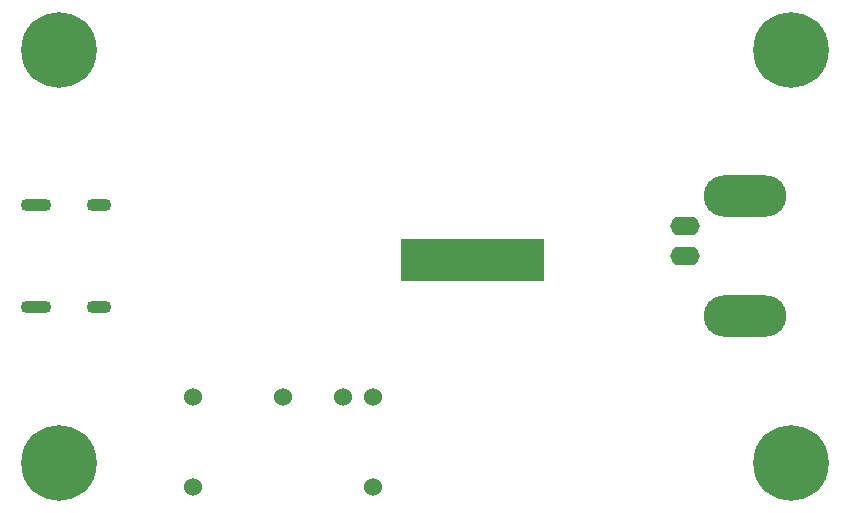
<source format=gbr>
%TF.GenerationSoftware,KiCad,Pcbnew,(5.99.0-7424-ge38b34a4eb)*%
%TF.CreationDate,2020-12-20T18:04:03+03:00*%
%TF.ProjectId,uSMU_v05,75534d55-5f76-4303-952e-6b696361645f,rev?*%
%TF.SameCoordinates,Original*%
%TF.FileFunction,Soldermask,Bot*%
%TF.FilePolarity,Negative*%
%FSLAX46Y46*%
G04 Gerber Fmt 4.6, Leading zero omitted, Abs format (unit mm)*
G04 Created by KiCad (PCBNEW (5.99.0-7424-ge38b34a4eb)) date 2020-12-20 18:04:03*
%MOMM*%
%LPD*%
G01*
G04 APERTURE LIST*
%ADD10C,0.100000*%
%ADD11C,1.524000*%
%ADD12O,2.500000X1.600000*%
%ADD13O,7.000000X3.500000*%
%ADD14C,0.800000*%
%ADD15C,6.400000*%
%ADD16O,2.100000X1.100000*%
%ADD17O,2.600000X1.100000*%
G04 APERTURE END LIST*
D10*
X145000000Y-123500000D02*
X133000000Y-123500000D01*
X133000000Y-123500000D02*
X133000000Y-120000000D01*
X133000000Y-120000000D02*
X145000000Y-120000000D01*
X145000000Y-120000000D02*
X145000000Y-123500000D01*
G36*
X145000000Y-123500000D02*
G01*
X133000000Y-123500000D01*
X133000000Y-120000000D01*
X145000000Y-120000000D01*
X145000000Y-123500000D01*
G37*
X145000000Y-123500000D02*
X133000000Y-123500000D01*
X133000000Y-120000000D01*
X145000000Y-120000000D01*
X145000000Y-123500000D01*
D11*
%TO.C,U3*%
X115400000Y-141000000D03*
X130640000Y-141000000D03*
X130640000Y-133380000D03*
X128100000Y-133380000D03*
X123020000Y-133380000D03*
X115400000Y-133380000D03*
%TD*%
D12*
%TO.C,J1*%
X157000000Y-121500000D03*
D13*
X162080000Y-116420000D03*
D12*
X157000000Y-118960000D03*
D13*
X162080000Y-126580000D03*
%TD*%
D14*
%TO.C,H1*%
X166000000Y-136600000D03*
X167697056Y-140697056D03*
X168400000Y-139000000D03*
X164302944Y-140697056D03*
D15*
X166000000Y-139000000D03*
D14*
X164302944Y-137302944D03*
X163600000Y-139000000D03*
X166000000Y-141400000D03*
X167697056Y-137302944D03*
%TD*%
%TO.C,H4*%
X104000000Y-106400000D03*
X101600000Y-104000000D03*
X105697056Y-105697056D03*
X106400000Y-104000000D03*
X102302944Y-105697056D03*
X104000000Y-101600000D03*
X105697056Y-102302944D03*
D15*
X104000000Y-104000000D03*
D14*
X102302944Y-102302944D03*
%TD*%
D16*
%TO.C,J2*%
X107390000Y-125820000D03*
D17*
X102030000Y-125820000D03*
X102030000Y-117180000D03*
D16*
X107390000Y-117180000D03*
%TD*%
D14*
%TO.C,H3*%
X164302944Y-105697056D03*
X164302944Y-102302944D03*
X168400000Y-104000000D03*
X167697056Y-102302944D03*
X166000000Y-106400000D03*
D15*
X166000000Y-104000000D03*
D14*
X166000000Y-101600000D03*
X163600000Y-104000000D03*
X167697056Y-105697056D03*
%TD*%
%TO.C,H2*%
X106400000Y-139000000D03*
X104000000Y-141400000D03*
X105697056Y-140697056D03*
X102302944Y-140697056D03*
X104000000Y-136600000D03*
X105697056Y-137302944D03*
X101600000Y-139000000D03*
X102302944Y-137302944D03*
D15*
X104000000Y-139000000D03*
%TD*%
M02*

</source>
